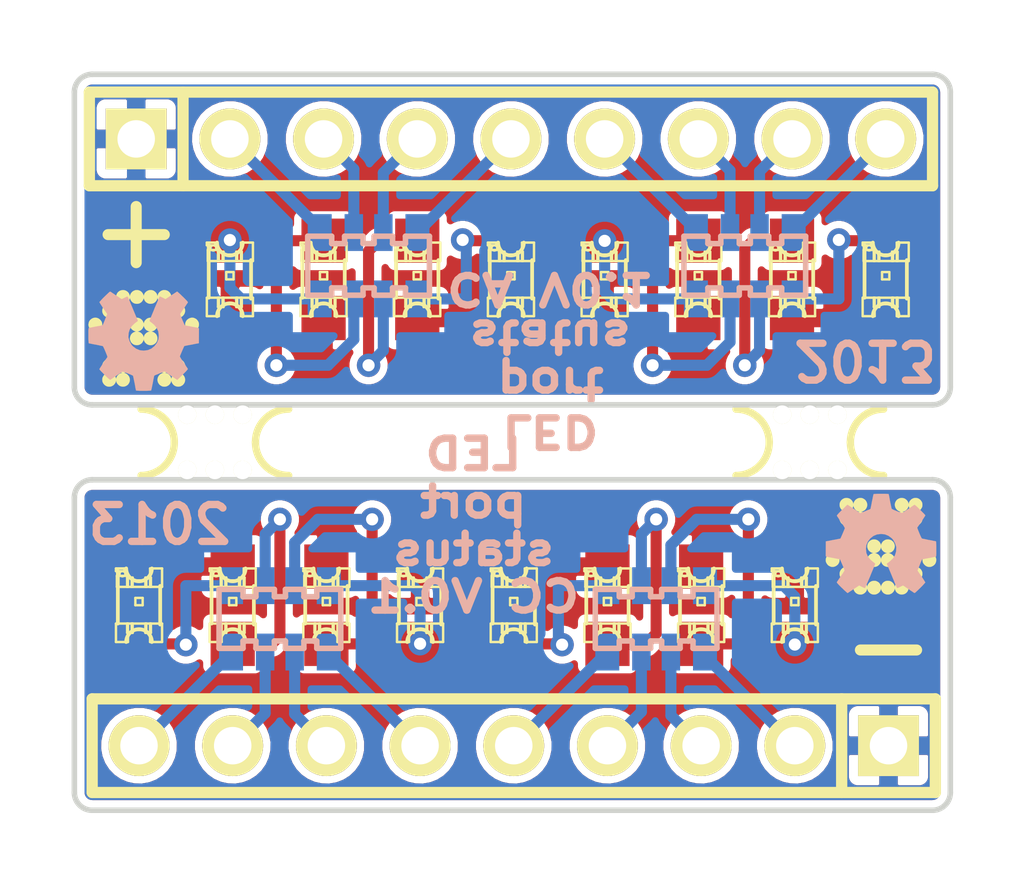
<source format=kicad_pcb>
(kicad_pcb (version 3) (host pcbnew "(2013-07-03 BZR 4236)-testing")
  (title_block (title "LED_port-status CC") (date "03 Jul 2013") (rev 0.1) (company "2013 - blog.spitzenpfeil.org"))
  (layers (15 Front signal) (0 Back signal) (18 B.Paste user) (19 F.Paste user) (20 B.SilkS user) (21 F.SilkS user) (22 B.Mask user) (23 F.Mask user) (28 Edge.Cuts user))
  (net 0 "")
  (net 1 N-000001)
  (net 2 N-0000010)
  (net 3 N-0000011)
  (net 4 N-0000012)
  (net 5 N-0000013)
  (net 6 N-0000014)
  (net 7 N-0000015)
  (net 8 N-0000016)
  (net 9 N-0000017)
  (net 10 N-000002)
  (net 11 N-000003)
  (net 12 N-000004)
  (net 13 N-000005)
  (net 14 N-000006)
  (net 15 N-000007)
  (net 16 N-000008)
  (net 17 N-000009)
  (module MADW__1206*4_resistor_array (layer Back) (at 97.7038 79.386)
    (fp_text reference RP1 hide)
    (fp_text value 1k hide)
    (pad 8 smd rect (at -1.325 0.9) (size 0.65 1) (layers Back B.Paste B.Mask) (net 5 N-0000013))
    (pad 7 smd rect (at -0.4 0.9) (size 0.5 1) (layers Back B.Paste B.Mask) (net 8 N-0000016))
    (pad 6 smd rect (at 0.4 0.9) (size 0.5 1) (layers Back B.Paste B.Mask) (net 6 N-0000014))
    (pad 5 smd rect (at 1.325 0.9) (size 0.65 1) (layers Back B.Paste B.Mask) (net 17 N-000009))
    (pad 1 smd rect (at -1.325 -0.9) (size 0.65 1) (layers Back B.Paste B.Mask) (net 12 N-000004))
    (pad 2 smd rect (at -0.4 -0.9) (size 0.5 1) (layers Back B.Paste B.Mask) (net 11 N-000003))
    (pad 3 smd rect (at 0.4 -0.9) (size 0.5 1) (layers Back B.Paste B.Mask) (net 10 N-000002))
    (pad 4 smd rect (at 1.325 -0.9) (size 0.65 1) (layers Back B.Paste B.Mask) (net 1 N-000001))
  )
  (module MADW__1206*4_resistor_array (layer Back) (at 87.5038 79.386)
    (fp_text reference RP2 hide)
    (fp_text value 1k hide)
    (pad 8 smd rect (at -1.325 0.9) (size 0.65 1) (layers Back B.Paste B.Mask) (net 3 N-0000011))
    (pad 7 smd rect (at -0.4 0.9) (size 0.5 1) (layers Back B.Paste B.Mask) (net 7 N-0000015))
    (pad 6 smd rect (at 0.4 0.9) (size 0.5 1) (layers Back B.Paste B.Mask) (net 2 N-0000010))
    (pad 5 smd rect (at 1.325 0.9) (size 0.65 1) (layers Back B.Paste B.Mask) (net 4 N-0000012))
    (pad 1 smd rect (at -1.325 -0.9) (size 0.65 1) (layers Back B.Paste B.Mask) (net 16 N-000008))
    (pad 2 smd rect (at -0.4 -0.9) (size 0.5 1) (layers Back B.Paste B.Mask) (net 15 N-000007))
    (pad 3 smd rect (at 0.4 -0.9) (size 0.5 1) (layers Back B.Paste B.Mask) (net 14 N-000006))
    (pad 4 smd rect (at 1.325 -0.9) (size 0.65 1) (layers Back B.Paste B.Mask) (net 13 N-000005))
  )
  (module SIL-9 (layer Front) (at 91.3638 75.946)
    (fp_text reference P1 hide)
    (fp_text value CONN_9 hide)
    (pad 1 thru_hole rect (at -10.16 0) (size 1.65 1.65) (drill 1.016) (layers *.Cu *.Mask F.SilkS) (net 9 N-0000017))
    (pad 2 thru_hole circle (at -7.62 0) (size 1.65 1.65) (drill 1.016) (layers *.Cu *.Mask F.SilkS) (net 16 N-000008))
    (pad 3 thru_hole circle (at -5.08 0) (size 1.65 1.65) (drill 1.016) (layers *.Cu *.Mask F.SilkS) (net 15 N-000007))
    (pad 4 thru_hole circle (at -2.54 0) (size 1.65 1.65) (drill 1.016) (layers *.Cu *.Mask F.SilkS) (net 14 N-000006))
    (pad 5 thru_hole circle (at 0 0) (size 1.65 1.65) (drill 1.016) (layers *.Cu *.Mask F.SilkS) (net 13 N-000005))
    (pad 6 thru_hole circle (at 2.54 0) (size 1.65 1.65) (drill 1.016) (layers *.Cu *.Mask F.SilkS) (net 12 N-000004))
    (pad 7 thru_hole circle (at 5.08 0) (size 1.65 1.65) (drill 1.016) (layers *.Cu *.Mask F.SilkS) (net 11 N-000003))
    (pad 8 thru_hole circle (at 7.62 0) (size 1.65 1.65) (drill 1.016) (layers *.Cu *.Mask F.SilkS) (net 10 N-000002))
    (pad 9 thru_hole circle (at 10.16 0) (size 1.65 1.65) (drill 1.016) (layers *.Cu *.Mask F.SilkS) (net 1 N-000001))
  )
  (module LED-0805 (layer Front) (at 101.5238 79.756 90)
    (fp_text reference D1 hide)
    (fp_text value LED hide)
    (pad 1 smd rect (at -1.04902 0 90) (size 1.19888 1.19888) (layers Front F.Paste F.Mask) (net 9 N-0000017))
    (pad 2 smd rect (at 1.04902 0 90) (size 1.19888 1.19888) (layers Front F.Paste F.Mask) (net 17 N-000009))
  )
  (module LED-0805 (layer Front) (at 86.2838 79.756 90)
    (fp_text reference D7 hide)
    (fp_text value LED hide)
    (pad 1 smd rect (at -1.04902 0 90) (size 1.19888 1.19888) (layers Front F.Paste F.Mask) (net 9 N-0000017))
    (pad 2 smd rect (at 1.04902 0 90) (size 1.19888 1.19888) (layers Front F.Paste F.Mask) (net 7 N-0000015))
  )
  (module LED-0805 (layer Front) (at 98.9838 79.756 90)
    (fp_text reference D2 hide)
    (fp_text value LED hide)
    (pad 1 smd rect (at -1.04902 0 90) (size 1.19888 1.19888) (layers Front F.Paste F.Mask) (net 9 N-0000017))
    (pad 2 smd rect (at 1.04902 0 90) (size 1.19888 1.19888) (layers Front F.Paste F.Mask) (net 6 N-0000014))
  )
  (module LED-0805 (layer Front) (at 96.4438 79.756 90)
    (fp_text reference D3 hide)
    (fp_text value LED hide)
    (pad 1 smd rect (at -1.04902 0 90) (size 1.19888 1.19888) (layers Front F.Paste F.Mask) (net 9 N-0000017))
    (pad 2 smd rect (at 1.04902 0 90) (size 1.19888 1.19888) (layers Front F.Paste F.Mask) (net 8 N-0000016))
  )
  (module LED-0805 (layer Front) (at 93.9038 79.756 90)
    (fp_text reference D4 hide)
    (fp_text value LED hide)
    (pad 1 smd rect (at -1.04902 0 90) (size 1.19888 1.19888) (layers Front F.Paste F.Mask) (net 9 N-0000017))
    (pad 2 smd rect (at 1.04902 0 90) (size 1.19888 1.19888) (layers Front F.Paste F.Mask) (net 5 N-0000013))
  )
  (module LED-0805 (layer Front) (at 91.3638 79.756 90)
    (fp_text reference D5 hide)
    (fp_text value LED hide)
    (pad 1 smd rect (at -1.04902 0 90) (size 1.19888 1.19888) (layers Front F.Paste F.Mask) (net 9 N-0000017))
    (pad 2 smd rect (at 1.04902 0 90) (size 1.19888 1.19888) (layers Front F.Paste F.Mask) (net 4 N-0000012))
  )
  (module LED-0805 (layer Front) (at 88.8238 79.756 90)
    (fp_text reference D6 hide)
    (fp_text value LED hide)
    (pad 1 smd rect (at -1.04902 0 90) (size 1.19888 1.19888) (layers Front F.Paste F.Mask) (net 9 N-0000017))
    (pad 2 smd rect (at 1.04902 0 90) (size 1.19888 1.19888) (layers Front F.Paste F.Mask) (net 2 N-0000010))
  )
  (module LED-0805 (layer Front) (at 83.7438 79.756 90)
    (fp_text reference D8 hide)
    (fp_text value LED hide)
    (pad 1 smd rect (at -1.04902 0 90) (size 1.19888 1.19888) (layers Front F.Paste F.Mask) (net 9 N-0000017))
    (pad 2 smd rect (at 1.04902 0 90) (size 1.19888 1.19888) (layers Front F.Paste F.Mask) (net 3 N-0000011))
  )
  (module OSHW-logo_silkscreen_3mm (layer Back) (at 81.407 81.4324 180)
    (fp_text reference G2 hide)
    (fp_text value OSHW-logo_silkscreen_3mm hide)
  )
  (module LED_smile_silkscreen_3mm (layer Front) (at 81.407 81.3562 180)
    (fp_text reference G1 hide)
    (fp_text value LED_smile_silkscreen_3mm hide)
  )
  (module MADW__1206*4_resistor_array (layer Back) (at 85.1 88.9652 180)
    (fp_text reference RP1 hide)
    (fp_text value 1k hide)
    (pad 8 smd rect (at -1.325 0.9 180) (size 0.65 1) (layers Back B.Paste B.Mask) (net 5 N-0000013))
    (pad 7 smd rect (at -0.4 0.9 180) (size 0.5 1) (layers Back B.Paste B.Mask) (net 8 N-0000016))
    (pad 6 smd rect (at 0.4 0.9 180) (size 0.5 1) (layers Back B.Paste B.Mask) (net 6 N-0000014))
    (pad 5 smd rect (at 1.325 0.9 180) (size 0.65 1) (layers Back B.Paste B.Mask) (net 17 N-000009))
    (pad 1 smd rect (at -1.325 -0.9 180) (size 0.65 1) (layers Back B.Paste B.Mask) (net 12 N-000004))
    (pad 2 smd rect (at -0.4 -0.9 180) (size 0.5 1) (layers Back B.Paste B.Mask) (net 11 N-000003))
    (pad 3 smd rect (at 0.4 -0.9 180) (size 0.5 1) (layers Back B.Paste B.Mask) (net 10 N-000002))
    (pad 4 smd rect (at 1.325 -0.9 180) (size 0.65 1) (layers Back B.Paste B.Mask) (net 1 N-000001))
  )
  (module MADW__1206*4_resistor_array (layer Back) (at 95.3 88.9652 180)
    (fp_text reference RP2 hide)
    (fp_text value 1k hide)
    (pad 8 smd rect (at -1.325 0.9 180) (size 0.65 1) (layers Back B.Paste B.Mask) (net 3 N-0000011))
    (pad 7 smd rect (at -0.4 0.9 180) (size 0.5 1) (layers Back B.Paste B.Mask) (net 7 N-0000015))
    (pad 6 smd rect (at 0.4 0.9 180) (size 0.5 1) (layers Back B.Paste B.Mask) (net 2 N-0000010))
    (pad 5 smd rect (at 1.325 0.9 180) (size 0.65 1) (layers Back B.Paste B.Mask) (net 4 N-0000012))
    (pad 1 smd rect (at -1.325 -0.9 180) (size 0.65 1) (layers Back B.Paste B.Mask) (net 16 N-000008))
    (pad 2 smd rect (at -0.4 -0.9 180) (size 0.5 1) (layers Back B.Paste B.Mask) (net 15 N-000007))
    (pad 3 smd rect (at 0.4 -0.9 180) (size 0.5 1) (layers Back B.Paste B.Mask) (net 14 N-000006))
    (pad 4 smd rect (at 1.325 -0.9 180) (size 0.65 1) (layers Back B.Paste B.Mask) (net 13 N-000005))
  )
  (module SIL-9 (layer Front) (at 91.44 92.4052 180)
    (fp_text reference P1 hide)
    (fp_text value CONN_9 hide)
    (pad 1 thru_hole rect (at -10.16 0 180) (size 1.65 1.65) (drill 1.016) (layers *.Cu *.Mask F.SilkS) (net 9 N-0000017))
    (pad 2 thru_hole circle (at -7.62 0 180) (size 1.65 1.65) (drill 1.016) (layers *.Cu *.Mask F.SilkS) (net 16 N-000008))
    (pad 3 thru_hole circle (at -5.08 0 180) (size 1.65 1.65) (drill 1.016) (layers *.Cu *.Mask F.SilkS) (net 15 N-000007))
    (pad 4 thru_hole circle (at -2.54 0 180) (size 1.65 1.65) (drill 1.016) (layers *.Cu *.Mask F.SilkS) (net 14 N-000006))
    (pad 5 thru_hole circle (at 0 0 180) (size 1.65 1.65) (drill 1.016) (layers *.Cu *.Mask F.SilkS) (net 13 N-000005))
    (pad 6 thru_hole circle (at 2.54 0 180) (size 1.65 1.65) (drill 1.016) (layers *.Cu *.Mask F.SilkS) (net 12 N-000004))
    (pad 7 thru_hole circle (at 5.08 0 180) (size 1.65 1.65) (drill 1.016) (layers *.Cu *.Mask F.SilkS) (net 11 N-000003))
    (pad 8 thru_hole circle (at 7.62 0 180) (size 1.65 1.65) (drill 1.016) (layers *.Cu *.Mask F.SilkS) (net 10 N-000002))
    (pad 9 thru_hole circle (at 10.16 0 180) (size 1.65 1.65) (drill 1.016) (layers *.Cu *.Mask F.SilkS) (net 1 N-000001))
  )
  (module LED-0805 (layer Front) (at 81.28 88.5952 90)
    (fp_text reference D1 hide)
    (fp_text value LED hide)
    (pad 1 smd rect (at -1.04902 0 90) (size 1.19888 1.19888) (layers Front F.Paste F.Mask) (net 17 N-000009))
    (pad 2 smd rect (at 1.04902 0 90) (size 1.19888 1.19888) (layers Front F.Paste F.Mask) (net 9 N-0000017))
  )
  (module LED-0805 (layer Front) (at 96.52 88.5952 90)
    (fp_text reference D7 hide)
    (fp_text value LED hide)
    (pad 1 smd rect (at -1.04902 0 90) (size 1.19888 1.19888) (layers Front F.Paste F.Mask) (net 7 N-0000015))
    (pad 2 smd rect (at 1.04902 0 90) (size 1.19888 1.19888) (layers Front F.Paste F.Mask) (net 9 N-0000017))
  )
  (module LED-0805 (layer Front) (at 83.82 88.5952 90)
    (fp_text reference D2 hide)
    (fp_text value LED hide)
    (pad 1 smd rect (at -1.04902 0 90) (size 1.19888 1.19888) (layers Front F.Paste F.Mask) (net 6 N-0000014))
    (pad 2 smd rect (at 1.04902 0 90) (size 1.19888 1.19888) (layers Front F.Paste F.Mask) (net 9 N-0000017))
  )
  (module LED-0805 (layer Front) (at 86.36 88.5952 90)
    (fp_text reference D3 hide)
    (fp_text value LED hide)
    (pad 1 smd rect (at -1.04902 0 90) (size 1.19888 1.19888) (layers Front F.Paste F.Mask) (net 8 N-0000016))
    (pad 2 smd rect (at 1.04902 0 90) (size 1.19888 1.19888) (layers Front F.Paste F.Mask) (net 9 N-0000017))
  )
  (module LED-0805 (layer Front) (at 88.9 88.5952 90)
    (fp_text reference D4 hide)
    (fp_text value LED hide)
    (pad 1 smd rect (at -1.04902 0 90) (size 1.19888 1.19888) (layers Front F.Paste F.Mask) (net 5 N-0000013))
    (pad 2 smd rect (at 1.04902 0 90) (size 1.19888 1.19888) (layers Front F.Paste F.Mask) (net 9 N-0000017))
  )
  (module LED-0805 (layer Front) (at 91.44 88.5952 90)
    (fp_text reference D5 hide)
    (fp_text value LED hide)
    (pad 1 smd rect (at -1.04902 0 90) (size 1.19888 1.19888) (layers Front F.Paste F.Mask) (net 4 N-0000012))
    (pad 2 smd rect (at 1.04902 0 90) (size 1.19888 1.19888) (layers Front F.Paste F.Mask) (net 9 N-0000017))
  )
  (module LED-0805 (layer Front) (at 93.98 88.5952 90)
    (fp_text reference D6 hide)
    (fp_text value LED hide)
    (pad 1 smd rect (at -1.04902 0 90) (size 1.19888 1.19888) (layers Front F.Paste F.Mask) (net 2 N-0000010))
    (pad 2 smd rect (at 1.04902 0 90) (size 1.19888 1.19888) (layers Front F.Paste F.Mask) (net 9 N-0000017))
  )
  (module LED-0805 (layer Front) (at 99.06 88.5952 90)
    (fp_text reference D8 hide)
    (fp_text value LED hide)
    (pad 1 smd rect (at -1.04902 0 90) (size 1.19888 1.19888) (layers Front F.Paste F.Mask) (net 3 N-0000011))
    (pad 2 smd rect (at 1.04902 0 90) (size 1.19888 1.19888) (layers Front F.Paste F.Mask) (net 9 N-0000017))
  )
  (module OSHW-logo_silkscreen_3mm (layer Back) (at 101.3968 86.9188)
    (fp_text reference G2 hide)
    (fp_text value OSHW-logo_silkscreen_3mm hide)
  )
  (module LED_smile_silkscreen_3mm (layer Front) (at 101.3968 86.995)
    (fp_text reference G1 hide)
    (fp_text value LED_smile_silkscreen_3mm hide)
  )
  (module MADW__mouse-bite-2mm-slot (layer Front) (at 83.3374 84.1756)
    (fp_text reference mouse-bite-2mm hide)
    (fp_text value VAL** hide)
    (pad "" np_thru_hole circle (at 0 -0.75) (size 0.5 0.5) (drill 0.5) (layers *.Cu *.Mask F.SilkS))
    (pad "" np_thru_hole circle (at 0 0.75) (size 0.5 0.5) (drill 0.5) (layers *.Cu *.Mask F.SilkS))
    (pad "" np_thru_hole circle (at 0.75 -0.75) (size 0.5 0.5) (drill 0.5) (layers *.Cu *.Mask F.SilkS))
    (pad "" np_thru_hole circle (at -0.75 -0.75) (size 0.5 0.5) (drill 0.5) (layers *.Cu *.Mask F.SilkS))
    (pad "" np_thru_hole circle (at -0.75 0.75) (size 0.5 0.5) (drill 0.5) (layers *.Cu *.Mask F.SilkS))
    (pad "" np_thru_hole circle (at 0.75 0.75) (size 0.5 0.5) (drill 0.5) (layers *.Cu *.Mask F.SilkS))
  )
  (module MADW__mouse-bite-2mm-slot (layer Front) (at 99.4664 84.1756)
    (fp_text reference mouse-bite-2mm hide)
    (fp_text value VAL** hide)
    (pad "" np_thru_hole circle (at 0 -0.75) (size 0.5 0.5) (drill 0.5) (layers *.Cu *.Mask F.SilkS))
    (pad "" np_thru_hole circle (at 0 0.75) (size 0.5 0.5) (drill 0.5) (layers *.Cu *.Mask F.SilkS))
    (pad "" np_thru_hole circle (at 0.75 -0.75) (size 0.5 0.5) (drill 0.5) (layers *.Cu *.Mask F.SilkS))
    (pad "" np_thru_hole circle (at -0.75 -0.75) (size 0.5 0.5) (drill 0.5) (layers *.Cu *.Mask F.SilkS))
    (pad "" np_thru_hole circle (at -0.75 0.75) (size 0.5 0.5) (drill 0.5) (layers *.Cu *.Mask F.SilkS))
    (pad "" np_thru_hole circle (at 0.75 0.75) (size 0.5 0.5) (drill 0.5) (layers *.Cu *.Mask F.SilkS))
  )
  (gr_line (start 80.01 74.1934) (end 102.7938 74.1934) (angle 90) (layer Edge.Cuts) (width 0.15))
  (gr_line (start 79.5274 74.676) (end 79.5274 82.677) (angle 90) (layer Edge.Cuts) (width 0.15))
  (gr_arc (start 80.01 74.676) (end 79.5274 74.676) (angle 90) (layer Edge.Cuts) (width 0.15))
  (gr_text + (at 81.2038 78.6892 180) (layer F.SilkS) (effects (font (size 2 2) (thickness 0.3))))
  (gr_text 2013 (at 100.965 81.9404 180) (layer B.SilkS) (effects (font (size 1 1) (thickness 0.2)) (justify mirror)))
  (gr_line (start 103.2764 82.677) (end 103.2764 74.676) (angle 90) (layer Edge.Cuts) (width 0.15))
  (gr_line (start 102.7938 83.1596) (end 80.01 83.1596) (angle 90) (layer Edge.Cuts) (width 0.15))
  (gr_arc (start 80.01 82.677) (end 80.01 83.1596) (angle 90) (layer Edge.Cuts) (width 0.15))
  (gr_arc (start 102.7938 82.677) (end 103.2764 82.677) (angle 90) (layer Edge.Cuts) (width 0.15))
  (gr_arc (start 102.7938 74.676) (end 102.7938 74.1934) (angle 90) (layer Edge.Cuts) (width 0.15))
  (gr_text "LED\nport\nstatus\nCA V0.1" (at 92.4306 81.9404 180) (layer B.SilkS) (effects (font (size 0.8 0.95) (thickness 0.2)) (justify mirror)))
  (gr_line (start 102.7938 94.1578) (end 80.01 94.1578) (angle 90) (layer Edge.Cuts) (width 0.15))
  (gr_line (start 103.2764 93.6752) (end 103.2764 85.6742) (angle 90) (layer Edge.Cuts) (width 0.15))
  (gr_arc (start 102.7938 93.6752) (end 103.2764 93.6752) (angle 90) (layer Edge.Cuts) (width 0.15))
  (gr_text - (at 101.6 89.662) (layer F.SilkS) (effects (font (size 2 2) (thickness 0.3))))
  (gr_text 2013 (at 81.8388 86.4108) (layer B.SilkS) (effects (font (size 1 1) (thickness 0.2)) (justify mirror)))
  (gr_line (start 79.5274 85.6742) (end 79.5274 93.6752) (angle 90) (layer Edge.Cuts) (width 0.15))
  (gr_line (start 80.01 85.1916) (end 102.7938 85.1916) (angle 90) (layer Edge.Cuts) (width 0.15))
  (gr_arc (start 102.7938 85.6742) (end 102.7938 85.1916) (angle 90) (layer Edge.Cuts) (width 0.15))
  (gr_arc (start 80.01 85.6742) (end 79.5274 85.6742) (angle 90) (layer Edge.Cuts) (width 0.15))
  (gr_arc (start 80.01 93.6752) (end 80.01 94.1578) (angle 90) (layer Edge.Cuts) (width 0.15))
  (gr_text "LED\nport\nstatus\nCC V0.1" (at 90.3478 86.4362) (layer B.SilkS) (effects (font (size 0.8 0.95) (thickness 0.2)) (justify mirror)))
  (segment (start 99.0288 78.486) (end 99.0288 78.441) (width 0.3) (layer Back) (net 1))
  (segment (start 99.0288 78.441) (end 101.5238 75.946) (width 0.3) (layer Back) (net 1))
  (segment (start 83.775 89.8652) (end 83.775 89.9102) (width 0.3) (layer Back) (net 1))
  (segment (start 83.775 89.9102) (end 81.28 92.4052) (width 0.3) (layer Back) (net 1))
  (segment (start 87.9038 80.286) (end 87.9038 81.686) (width 0.3) (layer Back) (net 2))
  (segment (start 87.78282 78.70698) (end 88.8238 78.70698) (width 0.3) (layer Front) (net 2))
  (segment (start 87.5038 78.986) (end 87.78282 78.70698) (width 0.3) (layer Front) (net 2))
  (segment (start 87.5038 82.086) (end 87.5038 78.986) (width 0.3) (layer Front) (net 2))
  (via (at 87.5038 82.086) (size 0.635) (layers Front Back) (net 2))
  (segment (start 87.9038 81.686) (end 87.5038 82.086) (width 0.3) (layer Back) (net 2))
  (segment (start 94.9 88.0652) (end 94.9 86.6652) (width 0.3) (layer Back) (net 2))
  (segment (start 94.9 86.6652) (end 95.3 86.2652) (width 0.3) (layer Back) (net 2))
  (via (at 95.3 86.2652) (size 0.635) (layers Front Back) (net 2))
  (segment (start 95.3 86.2652) (end 95.3 89.3652) (width 0.3) (layer Front) (net 2))
  (segment (start 95.3 89.3652) (end 95.02098 89.64422) (width 0.3) (layer Front) (net 2))
  (segment (start 95.02098 89.64422) (end 93.98 89.64422) (width 0.3) (layer Front) (net 2))
  (segment (start 86.1788 80.286) (end 84.0452 80.286) (width 0.3) (layer Back) (net 3))
  (segment (start 83.7438 78.6892) (end 83.7438 78.70698) (width 0.3) (layer Front) (net 3))
  (via (at 83.7438 78.6892) (size 0.635) (layers Front Back) (net 3))
  (segment (start 83.7438 79.9846) (end 83.7438 78.6892) (width 0.3) (layer Back) (net 3))
  (segment (start 84.0452 80.286) (end 83.7438 79.9846) (width 0.3) (layer Back) (net 3))
  (segment (start 96.625 88.0652) (end 98.7586 88.0652) (width 0.3) (layer Back) (net 3))
  (segment (start 98.7586 88.0652) (end 99.06 88.3666) (width 0.3) (layer Back) (net 3))
  (segment (start 99.06 89.662) (end 99.06 89.64422) (width 0.3) (layer Front) (net 3))
  (via (at 99.06 89.662) (size 0.635) (layers Front Back) (net 3))
  (segment (start 99.06 88.3666) (end 99.06 89.662) (width 0.3) (layer Back) (net 3))
  (segment (start 88.8288 80.286) (end 90.1538 80.286) (width 0.3) (layer Back) (net 4))
  (segment (start 91.3638 78.70698) (end 90.07478 78.70698) (width 0.3) (layer Front) (net 4))
  (segment (start 90.1538 78.786) (end 90.1538 80.286) (width 0.3) (layer Back) (net 4))
  (segment (start 90.0538 78.686) (end 90.1538 78.786) (width 0.3) (layer Back) (net 4))
  (via (at 90.0538 78.686) (size 0.635) (layers Front Back) (net 4))
  (segment (start 90.07478 78.70698) (end 90.0538 78.686) (width 0.3) (layer Front) (net 4))
  (segment (start 93.975 88.0652) (end 92.65 88.0652) (width 0.3) (layer Back) (net 4))
  (via (at 92.75 89.6652) (size 0.635) (layers Front Back) (net 4))
  (segment (start 92.72902 89.64422) (end 92.75 89.6652) (width 0.3) (layer Front) (net 4))
  (segment (start 92.65 89.5652) (end 92.65 88.0652) (width 0.3) (layer Back) (net 4))
  (segment (start 92.75 89.6652) (end 92.65 89.5652) (width 0.3) (layer Back) (net 4))
  (segment (start 91.44 89.64422) (end 92.72902 89.64422) (width 0.3) (layer Front) (net 4))
  (segment (start 93.9038 78.711) (end 93.9038 80.086) (width 0.3) (layer Back) (net 5))
  (segment (start 96.3788 80.286) (end 94.1038 80.286) (width 0.3) (layer Back) (net 5))
  (via (at 93.9038 78.711) (size 0.635) (layers Front Back) (net 5))
  (segment (start 93.9038 78.711) (end 93.93282 78.68198) (width 0.3) (layer Front) (net 5))
  (segment (start 93.93282 78.68198) (end 93.9538 78.68198) (width 0.3) (layer Front) (net 5))
  (segment (start 94.1038 80.286) (end 93.9038 80.086) (width 0.3) (layer Back) (net 5))
  (segment (start 86.425 88.0652) (end 88.7 88.0652) (width 0.3) (layer Back) (net 5))
  (segment (start 88.7 88.0652) (end 88.9 88.2652) (width 0.3) (layer Back) (net 5))
  (segment (start 88.9 89.6402) (end 88.9 88.2652) (width 0.3) (layer Back) (net 5))
  (via (at 88.9 89.6402) (size 0.635) (layers Front Back) (net 5))
  (segment (start 88.9 89.6402) (end 88.87098 89.66922) (width 0.3) (layer Front) (net 5))
  (segment (start 88.87098 89.66922) (end 88.85 89.66922) (width 0.3) (layer Front) (net 5))
  (segment (start 98.1038 80.286) (end 98.1038 81.686) (width 0.3) (layer Back) (net 6))
  (segment (start 97.92282 78.70698) (end 97.7038 78.926) (width 0.3) (layer Front) (net 6))
  (segment (start 97.7038 78.926) (end 97.7038 82.086) (width 0.3) (layer Front) (net 6))
  (via (at 97.7038 82.086) (size 0.635) (layers Front Back) (net 6))
  (segment (start 97.92282 78.70698) (end 98.9838 78.70698) (width 0.3) (layer Front) (net 6))
  (segment (start 98.1038 81.686) (end 97.7038 82.086) (width 0.3) (layer Back) (net 6))
  (segment (start 84.7 88.0652) (end 84.7 86.6652) (width 0.3) (layer Back) (net 6))
  (segment (start 84.7 86.6652) (end 85.1 86.2652) (width 0.3) (layer Back) (net 6))
  (via (at 85.1 86.2652) (size 0.635) (layers Front Back) (net 6))
  (segment (start 85.1 89.4252) (end 85.1 86.2652) (width 0.3) (layer Front) (net 6))
  (segment (start 84.88098 89.64422) (end 85.1 89.4252) (width 0.3) (layer Front) (net 6))
  (segment (start 84.88098 89.64422) (end 83.82 89.64422) (width 0.3) (layer Front) (net 6))
  (segment (start 87.1038 80.286) (end 87.1038 81.386) (width 0.3) (layer Back) (net 7))
  (segment (start 85.38282 78.70698) (end 86.2838 78.70698) (width 0.3) (layer Front) (net 7))
  (segment (start 85.0038 79.086) (end 85.38282 78.70698) (width 0.3) (layer Front) (net 7))
  (segment (start 85.0038 82.086) (end 85.0038 79.086) (width 0.3) (layer Front) (net 7))
  (via (at 85.0038 82.086) (size 0.635) (layers Front Back) (net 7))
  (segment (start 86.4038 82.086) (end 85.0038 82.086) (width 0.3) (layer Back) (net 7))
  (segment (start 87.1038 81.386) (end 86.4038 82.086) (width 0.3) (layer Back) (net 7))
  (segment (start 95.7 88.0652) (end 95.7 86.9652) (width 0.3) (layer Back) (net 7))
  (segment (start 95.7 86.9652) (end 96.4 86.2652) (width 0.3) (layer Back) (net 7))
  (segment (start 96.4 86.2652) (end 97.8 86.2652) (width 0.3) (layer Back) (net 7))
  (via (at 97.8 86.2652) (size 0.635) (layers Front Back) (net 7))
  (segment (start 97.8 89.2652) (end 97.42098 89.64422) (width 0.3) (layer Front) (net 7))
  (segment (start 97.8 86.2652) (end 97.8 89.2652) (width 0.3) (layer Front) (net 7))
  (segment (start 97.42098 89.64422) (end 96.52 89.64422) (width 0.3) (layer Front) (net 7))
  (segment (start 95.2038 79.006) (end 95.50282 78.70698) (width 0.3) (layer Front) (net 8))
  (segment (start 96.6738 82.086) (end 95.2038 82.086) (width 0.3) (layer Back) (net 8))
  (via (at 95.2038 82.086) (size 0.635) (layers Front Back) (net 8))
  (segment (start 95.2038 82.086) (end 95.2038 79.006) (width 0.3) (layer Front) (net 8))
  (segment (start 96.4438 78.70698) (end 95.50282 78.70698) (width 0.3) (layer Front) (net 8))
  (segment (start 97.3038 81.456) (end 97.3038 80.286) (width 0.3) (layer Back) (net 8))
  (segment (start 97.3038 81.456) (end 96.6738 82.086) (width 0.3) (layer Back) (net 8))
  (segment (start 85.5 86.8952) (end 85.5 88.0652) (width 0.3) (layer Back) (net 8))
  (segment (start 85.5 86.8952) (end 86.13 86.2652) (width 0.3) (layer Back) (net 8))
  (segment (start 86.13 86.2652) (end 87.6 86.2652) (width 0.3) (layer Back) (net 8))
  (via (at 87.6 86.2652) (size 0.635) (layers Front Back) (net 8))
  (segment (start 87.6 89.3452) (end 87.30098 89.64422) (width 0.3) (layer Front) (net 8))
  (segment (start 87.6 86.2652) (end 87.6 89.3452) (width 0.3) (layer Front) (net 8))
  (segment (start 86.36 89.64422) (end 87.30098 89.64422) (width 0.3) (layer Front) (net 8))
  (segment (start 83.7438 80.80502) (end 82.10282 80.80502) (width 0.3) (layer Front) (net 9))
  (segment (start 81.2038 79.906) (end 81.2038 75.946) (width 0.3) (layer Front) (net 9))
  (segment (start 82.10282 80.80502) (end 81.2038 79.906) (width 0.3) (layer Front) (net 9))
  (segment (start 99.06 87.54618) (end 100.70098 87.54618) (width 0.3) (layer Front) (net 9))
  (segment (start 100.70098 87.54618) (end 101.6 88.4452) (width 0.3) (layer Front) (net 9))
  (segment (start 101.6 88.4452) (end 101.6 92.4052) (width 0.3) (layer Front) (net 9))
  (segment (start 98.1038 78.486) (end 98.1038 76.826) (width 0.3) (layer Back) (net 10))
  (segment (start 98.1038 76.826) (end 98.9838 75.946) (width 0.3) (layer Back) (net 10))
  (segment (start 84.7 89.8652) (end 84.7 91.5252) (width 0.3) (layer Back) (net 10))
  (segment (start 84.7 91.5252) (end 83.82 92.4052) (width 0.3) (layer Back) (net 10))
  (segment (start 97.3038 78.486) (end 97.3038 76.806) (width 0.3) (layer Back) (net 11))
  (segment (start 97.3038 76.806) (end 96.4438 75.946) (width 0.3) (layer Back) (net 11))
  (segment (start 85.5 89.8652) (end 85.5 91.5452) (width 0.3) (layer Back) (net 11))
  (segment (start 85.5 91.5452) (end 86.36 92.4052) (width 0.3) (layer Back) (net 11))
  (segment (start 96.3788 78.486) (end 96.3788 78.421) (width 0.3) (layer Back) (net 12))
  (segment (start 96.3788 78.421) (end 93.9038 75.946) (width 0.3) (layer Back) (net 12))
  (segment (start 86.425 89.8652) (end 86.425 89.9302) (width 0.3) (layer Back) (net 12))
  (segment (start 86.425 89.9302) (end 88.9 92.4052) (width 0.3) (layer Back) (net 12))
  (segment (start 88.8288 78.486) (end 88.8288 78.481) (width 0.3) (layer Back) (net 13))
  (segment (start 88.8288 78.481) (end 91.3638 75.946) (width 0.3) (layer Back) (net 13))
  (segment (start 93.975 89.8652) (end 93.975 89.8702) (width 0.3) (layer Back) (net 13))
  (segment (start 93.975 89.8702) (end 91.44 92.4052) (width 0.3) (layer Back) (net 13))
  (segment (start 87.9038 78.486) (end 87.9038 76.866) (width 0.3) (layer Back) (net 14))
  (segment (start 87.9038 76.866) (end 88.8238 75.946) (width 0.3) (layer Back) (net 14))
  (segment (start 94.9 89.8652) (end 94.9 91.4852) (width 0.3) (layer Back) (net 14))
  (segment (start 94.9 91.4852) (end 93.98 92.4052) (width 0.3) (layer Back) (net 14))
  (segment (start 87.1038 78.486) (end 87.1038 76.766) (width 0.3) (layer Back) (net 15))
  (segment (start 87.1038 76.766) (end 86.2838 75.946) (width 0.3) (layer Back) (net 15))
  (segment (start 95.7 89.8652) (end 95.7 91.5852) (width 0.3) (layer Back) (net 15))
  (segment (start 95.7 91.5852) (end 96.52 92.4052) (width 0.3) (layer Back) (net 15))
  (segment (start 86.1788 78.486) (end 86.1788 78.381) (width 0.3) (layer Back) (net 16))
  (segment (start 86.1788 78.381) (end 83.7438 75.946) (width 0.3) (layer Back) (net 16))
  (segment (start 96.625 89.8652) (end 96.625 89.9702) (width 0.3) (layer Back) (net 16))
  (segment (start 96.625 89.9702) (end 99.06 92.4052) (width 0.3) (layer Back) (net 16))
  (segment (start 99.0288 80.286) (end 100.2538 80.286) (width 0.3) (layer Back) (net 17))
  (segment (start 100.2538 80.286) (end 100.2538 78.686) (width 0.3) (layer Back) (net 17))
  (segment (start 101.5238 78.70698) (end 100.27478 78.70698) (width 0.3) (layer Front) (net 17))
  (via (at 100.2538 78.686) (size 0.635) (layers Front Back) (net 17))
  (segment (start 100.27478 78.70698) (end 100.2538 78.686) (width 0.3) (layer Front) (net 17))
  (segment (start 81.28 89.64422) (end 82.52902 89.64422) (width 0.3) (layer Front) (net 17))
  (segment (start 82.52902 89.64422) (end 82.55 89.6652) (width 0.3) (layer Front) (net 17))
  (via (at 82.55 89.6652) (size 0.635) (layers Front Back) (net 17))
  (segment (start 82.55 88.0652) (end 82.55 89.6652) (width 0.3) (layer Back) (net 17))
  (segment (start 83.775 88.0652) (end 82.55 88.0652) (width 0.3) (layer Back) (net 17))
  (zone (net 9) (net_name N-0000017) (layer Front) (connect_pads (clearance 0.2)) (min_thickness 0.2) (fill (arc_segments 32) (thermal_gap 0.25) (thermal_bridge_width 0.499999) (smoothing fillet) (radius 0.5))
    (polygon (pts (xy 103.2038 83.086) (xy 79.6038 83.086) (xy 79.6038 74.286) (xy 103.2038 74.286)))
  )
  (zone (net 9) (net_name N-0000017) (layer Back) (connect_pads (clearance 0.2)) (min_thickness 0.2) (fill (arc_segments 32) (thermal_gap 0.25) (thermal_bridge_width 0.499999) (smoothing fillet) (radius 0.5))
    (polygon (pts (xy 103.2038 83.086) (xy 79.6038 83.086) (xy 79.6038 74.286) (xy 103.2038 74.286)))
  )
  (zone (net 0) (net_name "") (layer Back) (connect_pads (clearance 0.2032)) (min_thickness 0.2032)
    (keepout (tracks allowed) (vias allowed) (copperpour not_allowed))
    (fill (arc_segments 32) (thermal_gap 0.25) (thermal_bridge_width 0.499999))
    (polygon (pts (xy 89.4538 81.086) (xy 85.5538 81.086) (xy 85.5538 77.686) (xy 89.4538 77.686)))
  )
  (zone (net 0) (net_name "") (layer Back) (connect_pads (clearance 0.2032)) (min_thickness 0.2032)
    (keepout (tracks allowed) (vias allowed) (copperpour not_allowed))
    (fill (arc_segments 32) (thermal_gap 0.25) (thermal_bridge_width 0.499999))
    (polygon (pts (xy 99.6538 81.086) (xy 95.7538 81.086) (xy 95.7538 77.686) (xy 99.6538 77.686)))
  )
  (zone (net 9) (net_name N-0000017) (layer Front) (connect_pads (clearance 0.2)) (min_thickness 0.2) (fill (arc_segments 32) (thermal_gap 0.25) (thermal_bridge_width 0.499999) (smoothing fillet) (radius 0.5))
    (polygon (pts (xy 79.6 85.2652) (xy 103.2 85.2652) (xy 103.2 94.0652) (xy 79.6 94.0652)))
  )
  (zone (net 9) (net_name N-0000017) (layer Back) (connect_pads (clearance 0.2)) (min_thickness 0.2) (fill (arc_segments 32) (thermal_gap 0.25) (thermal_bridge_width 0.499999) (smoothing fillet) (radius 0.5))
    (polygon (pts (xy 79.6 85.2652) (xy 103.2 85.2652) (xy 103.2 94.0652) (xy 79.6 94.0652)))
  )
  (zone (net 0) (net_name "") (layer Back) (connect_pads (clearance 0.2032)) (min_thickness 0.2032)
    (keepout (tracks allowed) (vias allowed) (copperpour not_allowed))
    (fill (arc_segments 32) (thermal_gap 0.25) (thermal_bridge_width 0.499999))
    (polygon (pts (xy 93.35 87.2652) (xy 97.25 87.2652) (xy 97.25 90.6652) (xy 93.35 90.6652)))
  )
  (zone (net 0) (net_name "") (layer Back) (connect_pads (clearance 0.2032)) (min_thickness 0.2032)
    (keepout (tracks allowed) (vias allowed) (copperpour not_allowed))
    (fill (arc_segments 32) (thermal_gap 0.25) (thermal_bridge_width 0.499999))
    (polygon (pts (xy 83.15 87.2652) (xy 87.05 87.2652) (xy 87.05 90.6652) (xy 83.15 90.6652)))
  )
)
</source>
